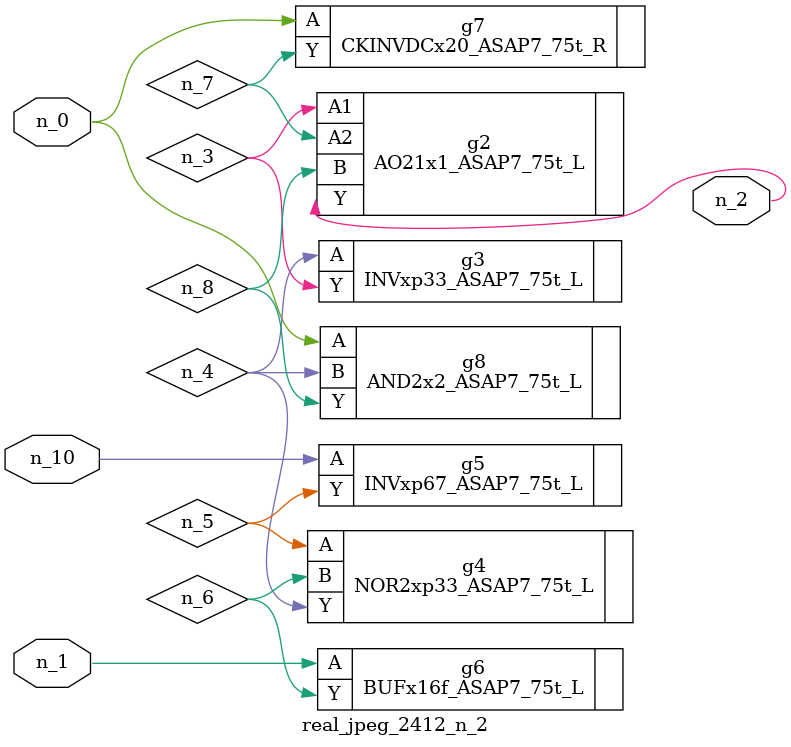
<source format=v>
module real_jpeg_2412_n_2 (n_1, n_10, n_0, n_2);

input n_1;
input n_10;
input n_0;

output n_2;

wire n_5;
wire n_4;
wire n_8;
wire n_6;
wire n_7;
wire n_3;

CKINVDCx20_ASAP7_75t_R g7 ( 
.A(n_0),
.Y(n_7)
);

AND2x2_ASAP7_75t_L g8 ( 
.A(n_0),
.B(n_4),
.Y(n_8)
);

BUFx16f_ASAP7_75t_L g6 ( 
.A(n_1),
.Y(n_6)
);

AO21x1_ASAP7_75t_L g2 ( 
.A1(n_3),
.A2(n_7),
.B(n_8),
.Y(n_2)
);

INVxp33_ASAP7_75t_L g3 ( 
.A(n_4),
.Y(n_3)
);

NOR2xp33_ASAP7_75t_L g4 ( 
.A(n_5),
.B(n_6),
.Y(n_4)
);

INVxp67_ASAP7_75t_L g5 ( 
.A(n_10),
.Y(n_5)
);


endmodule
</source>
